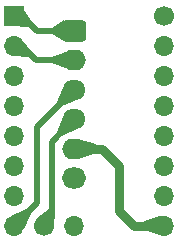
<source format=gbr>
%TF.GenerationSoftware,KiCad,Pcbnew,8.0.1*%
%TF.CreationDate,2024-05-19T23:11:23-04:00*%
%TF.ProjectId,stepstick-breakout,73746570-7374-4696-936b-2d627265616b,rev?*%
%TF.SameCoordinates,Original*%
%TF.FileFunction,Copper,L1,Top*%
%TF.FilePolarity,Positive*%
%FSLAX46Y46*%
G04 Gerber Fmt 4.6, Leading zero omitted, Abs format (unit mm)*
G04 Created by KiCad (PCBNEW 8.0.1) date 2024-05-19 23:11:23*
%MOMM*%
%LPD*%
G01*
G04 APERTURE LIST*
G04 Aperture macros list*
%AMRoundRect*
0 Rectangle with rounded corners*
0 $1 Rounding radius*
0 $2 $3 $4 $5 $6 $7 $8 $9 X,Y pos of 4 corners*
0 Add a 4 corners polygon primitive as box body*
4,1,4,$2,$3,$4,$5,$6,$7,$8,$9,$2,$3,0*
0 Add four circle primitives for the rounded corners*
1,1,$1+$1,$2,$3*
1,1,$1+$1,$4,$5*
1,1,$1+$1,$6,$7*
1,1,$1+$1,$8,$9*
0 Add four rect primitives between the rounded corners*
20,1,$1+$1,$2,$3,$4,$5,0*
20,1,$1+$1,$4,$5,$6,$7,0*
20,1,$1+$1,$6,$7,$8,$9,0*
20,1,$1+$1,$8,$9,$2,$3,0*%
G04 Aperture macros list end*
%TA.AperFunction,ComponentPad*%
%ADD10RoundRect,0.264706X-0.760294X0.635294X-0.760294X-0.635294X0.760294X-0.635294X0.760294X0.635294X0*%
%TD*%
%TA.AperFunction,ComponentPad*%
%ADD11O,2.000000X1.750000*%
%TD*%
%TA.AperFunction,ComponentPad*%
%ADD12O,1.950000X1.700000*%
%TD*%
%TA.AperFunction,ComponentPad*%
%ADD13O,2.050000X1.800000*%
%TD*%
%TA.AperFunction,ComponentPad*%
%ADD14C,1.700000*%
%TD*%
%TA.AperFunction,ComponentPad*%
%ADD15O,1.700000X1.700000*%
%TD*%
%TA.AperFunction,ComponentPad*%
%ADD16R,1.700000X1.700000*%
%TD*%
%TA.AperFunction,Conductor*%
%ADD17C,0.508000*%
%TD*%
%TA.AperFunction,Conductor*%
%ADD18C,0.762000*%
%TD*%
G04 APERTURE END LIST*
D10*
%TO.P,J3,1,Pin_1*%
%TO.N,/Dir*%
X107950000Y-60960000D03*
D11*
%TO.P,J3,2,Pin_2*%
%TO.N,/Step*%
X107950000Y-63460000D03*
D12*
%TO.P,J3,3,Pin_3*%
%TO.N,/En*%
X107950000Y-65960000D03*
%TO.P,J3,4,Pin_4*%
%TO.N,/DIAG*%
X107950000Y-68460000D03*
D11*
%TO.P,J3,5,Pin_5*%
%TO.N,/Vm*%
X107950000Y-70960000D03*
D13*
%TO.P,J3,6,Pin_6*%
%TO.N,/GND*%
X107950000Y-73460000D03*
%TD*%
D14*
%TO.P,J4,1,Pin_1*%
%TO.N,/DIAG*%
X105410000Y-77470000D03*
D15*
%TO.P,J4,2,Pin_2*%
%TO.N,/INDEX*%
X107950000Y-77470000D03*
%TD*%
%TO.P,J2,8,Pin_8*%
%TO.N,/En*%
X102870000Y-77470000D03*
%TO.P,J2,7,Pin_7*%
%TO.N,/MS2*%
X102870000Y-74930000D03*
%TO.P,J2,6,Pin_6*%
%TO.N,/MS1*%
X102870000Y-72390000D03*
%TO.P,J2,5,Pin_5*%
%TO.N,/SPREAD*%
X102870000Y-69850000D03*
%TO.P,J2,4,Pin_4*%
%TO.N,/PDN{slash}UART 2*%
X102870000Y-67310000D03*
%TO.P,J2,3,Pin_3*%
%TO.N,/PDN{slash}UART 1*%
X102870000Y-64770000D03*
%TO.P,J2,2,Pin_2*%
%TO.N,/Step*%
X102870000Y-62230000D03*
D16*
%TO.P,J2,1,Pin_1*%
%TO.N,/Dir*%
X102870000Y-59690000D03*
%TD*%
D15*
%TO.P,J1,8,Pin_8*%
%TO.N,/Vm*%
X115570000Y-77470000D03*
%TO.P,J1,7,Pin_7*%
%TO.N,/GND*%
X115570000Y-74930000D03*
%TO.P,J1,6,Pin_6*%
%TO.N,/Motor 2-B*%
X115570000Y-72390000D03*
%TO.P,J1,5,Pin_5*%
%TO.N,/Motor 2-A*%
X115570000Y-69850000D03*
%TO.P,J1,4,Pin_4*%
%TO.N,/Motor 1-A*%
X115570000Y-67310000D03*
%TO.P,J1,3,Pin_3*%
%TO.N,/Motor 1-B*%
X115570000Y-64770000D03*
%TO.P,J1,2,Pin_2*%
%TO.N,/Vio*%
X115570000Y-62230000D03*
D14*
%TO.P,J1,1,Pin_1*%
%TO.N,/GND*%
X115570000Y-59690000D03*
%TD*%
D17*
%TO.N,/Dir*%
X104775000Y-60960000D02*
X107950000Y-60960000D01*
X103505000Y-59690000D02*
X104775000Y-60960000D01*
X102870000Y-59690000D02*
X103505000Y-59690000D01*
%TO.N,/Step*%
X104735000Y-63460000D02*
X107950000Y-63460000D01*
X103505000Y-62230000D02*
X104735000Y-63460000D01*
X102870000Y-62230000D02*
X103505000Y-62230000D01*
%TO.N,/En*%
X104775000Y-69135000D02*
X107950000Y-65960000D01*
X104775000Y-75565000D02*
X104775000Y-69135000D01*
X102870000Y-77470000D02*
X104775000Y-75565000D01*
%TO.N,/DIAG*%
X106045000Y-70365000D02*
X107950000Y-68460000D01*
X106045000Y-76835000D02*
X106045000Y-70365000D01*
X105410000Y-77470000D02*
X106045000Y-76835000D01*
D18*
%TO.N,/Vm*%
X111760000Y-76200000D02*
X113030000Y-77470000D01*
X111760000Y-72390000D02*
X111760000Y-76200000D01*
X113030000Y-77470000D02*
X115570000Y-77470000D01*
X107950000Y-70960000D02*
X110330000Y-70960000D01*
X110330000Y-70960000D02*
X111760000Y-72390000D01*
%TD*%
%TA.AperFunction,Conductor*%
%TO.N,/Dir*%
G36*
X107094811Y-60086682D02*
G01*
X107942969Y-60951809D01*
X107946313Y-60960116D01*
X107942969Y-60968191D01*
X107094811Y-61833317D01*
X107086572Y-61836825D01*
X107080522Y-61835209D01*
X106030766Y-61217393D01*
X106025374Y-61210244D01*
X106025000Y-61207310D01*
X106025000Y-60712689D01*
X106028427Y-60704416D01*
X106030763Y-60702608D01*
X107080523Y-60084789D01*
X107089390Y-60083547D01*
X107094811Y-60086682D01*
G37*
%TD.AperFunction*%
%TD*%
%TA.AperFunction,Conductor*%
%TO.N,/Dir*%
G36*
X103726158Y-59201555D02*
G01*
X104060280Y-59686841D01*
X104495122Y-60318413D01*
X104496991Y-60327171D01*
X104493758Y-60333321D01*
X104145343Y-60681736D01*
X104137070Y-60685163D01*
X104135934Y-60685108D01*
X102661497Y-60541329D01*
X102653596Y-60537115D01*
X102650988Y-60528548D01*
X102651310Y-60526737D01*
X102868068Y-59693997D01*
X102873469Y-59686855D01*
X102873474Y-59686851D01*
X103710622Y-59198085D01*
X103719494Y-59196874D01*
X103726158Y-59201555D01*
G37*
%TD.AperFunction*%
%TD*%
%TA.AperFunction,Conductor*%
%TO.N,/Step*%
G36*
X107651934Y-62606401D02*
G01*
X107658114Y-62612881D01*
X107658259Y-62613278D01*
X107949678Y-63456177D01*
X107949678Y-63463823D01*
X107658259Y-64306721D01*
X107652317Y-64313420D01*
X107643378Y-64313956D01*
X107642981Y-64313811D01*
X106099293Y-63716892D01*
X106092813Y-63710712D01*
X106091813Y-63705979D01*
X106091813Y-63214020D01*
X106095240Y-63205747D01*
X106099290Y-63203108D01*
X107642981Y-62606188D01*
X107651934Y-62606401D01*
G37*
%TD.AperFunction*%
%TD*%
%TA.AperFunction,Conductor*%
%TO.N,/Step*%
G36*
X103478493Y-61638050D02*
G01*
X103479226Y-61638856D01*
X104458189Y-62822561D01*
X104460821Y-62831121D01*
X104457446Y-62838291D01*
X104109629Y-63186108D01*
X104101356Y-63189535D01*
X104100319Y-63189489D01*
X102880654Y-63080948D01*
X102872717Y-63076801D01*
X102869991Y-63069304D01*
X102869297Y-62234153D01*
X102872717Y-62225877D01*
X102872734Y-62225860D01*
X103461949Y-61638028D01*
X103470224Y-61634613D01*
X103478493Y-61638050D01*
G37*
%TD.AperFunction*%
%TD*%
%TA.AperFunction,Conductor*%
%TO.N,/En*%
G36*
X107945112Y-65958330D02*
G01*
X107952683Y-65963109D01*
X107953412Y-65964283D01*
X108367205Y-66727605D01*
X108368135Y-66736511D01*
X108362495Y-66743467D01*
X108361603Y-66743903D01*
X106883886Y-67389442D01*
X106874933Y-67389613D01*
X106870929Y-67386993D01*
X106522728Y-67038792D01*
X106519301Y-67030519D01*
X106520072Y-67026343D01*
X106987898Y-65803152D01*
X106994053Y-65796651D01*
X107000809Y-65795804D01*
X107945112Y-65958330D01*
G37*
%TD.AperFunction*%
%TD*%
%TA.AperFunction,Conductor*%
%TO.N,/En*%
G36*
X103898147Y-76093985D02*
G01*
X104246014Y-76441852D01*
X104249441Y-76450125D01*
X104248440Y-76454859D01*
X103659915Y-77784845D01*
X103653434Y-77791024D01*
X103644750Y-77790925D01*
X102873785Y-77472562D01*
X102867447Y-77466238D01*
X102549074Y-76695248D01*
X102549083Y-76686294D01*
X102555153Y-76680084D01*
X103885142Y-76091558D01*
X103894092Y-76091345D01*
X103898147Y-76093985D01*
G37*
%TD.AperFunction*%
%TD*%
%TA.AperFunction,Conductor*%
%TO.N,/DIAG*%
G36*
X107945112Y-68458330D02*
G01*
X107952683Y-68463109D01*
X107953412Y-68464283D01*
X108367205Y-69227605D01*
X108368135Y-69236511D01*
X108362495Y-69243467D01*
X108361603Y-69243903D01*
X106883886Y-69889442D01*
X106874933Y-69889613D01*
X106870929Y-69886993D01*
X106522728Y-69538792D01*
X106519301Y-69530519D01*
X106520072Y-69526343D01*
X106987898Y-68303152D01*
X106994053Y-68296651D01*
X107000809Y-68295804D01*
X107945112Y-68458330D01*
G37*
%TD.AperFunction*%
%TD*%
%TA.AperFunction,Conductor*%
%TO.N,/DIAG*%
G36*
X106295251Y-76036452D02*
G01*
X106298678Y-76044725D01*
X106298674Y-76045042D01*
X106260308Y-77458630D01*
X106256658Y-77466808D01*
X106248626Y-77470013D01*
X105414859Y-77470994D01*
X105406583Y-77467577D01*
X104817907Y-76877922D01*
X104814488Y-76869647D01*
X104817922Y-76861377D01*
X104818590Y-76860760D01*
X105787721Y-76035815D01*
X105795305Y-76033025D01*
X106286978Y-76033025D01*
X106295251Y-76036452D01*
G37*
%TD.AperFunction*%
%TD*%
%TA.AperFunction,Conductor*%
%TO.N,/Vm*%
G36*
X115243546Y-76688619D02*
G01*
X115248748Y-76694401D01*
X115569134Y-77465511D01*
X115569143Y-77474466D01*
X115569134Y-77474489D01*
X115254279Y-78232289D01*
X115247940Y-78238614D01*
X115243474Y-78239500D01*
X115192688Y-78239500D01*
X115189387Y-78239025D01*
X113878399Y-77853470D01*
X113871429Y-77847848D01*
X113870000Y-77842245D01*
X113870000Y-77097754D01*
X113873427Y-77089481D01*
X113878396Y-77086530D01*
X115234643Y-76687665D01*
X115243546Y-76688619D01*
G37*
%TD.AperFunction*%
%TD*%
%TA.AperFunction,Conductor*%
%TO.N,/Vm*%
G36*
X109799904Y-70576470D02*
G01*
X109806816Y-70582164D01*
X109808187Y-70587660D01*
X109808187Y-71332339D01*
X109804760Y-71340612D01*
X109799904Y-71343529D01*
X108256492Y-71814892D01*
X108247579Y-71814031D01*
X108242018Y-71807526D01*
X107950321Y-70963820D01*
X107950321Y-70956179D01*
X108242018Y-70112471D01*
X108247959Y-70105775D01*
X108256490Y-70105107D01*
X109799904Y-70576470D01*
G37*
%TD.AperFunction*%
%TD*%
M02*

</source>
